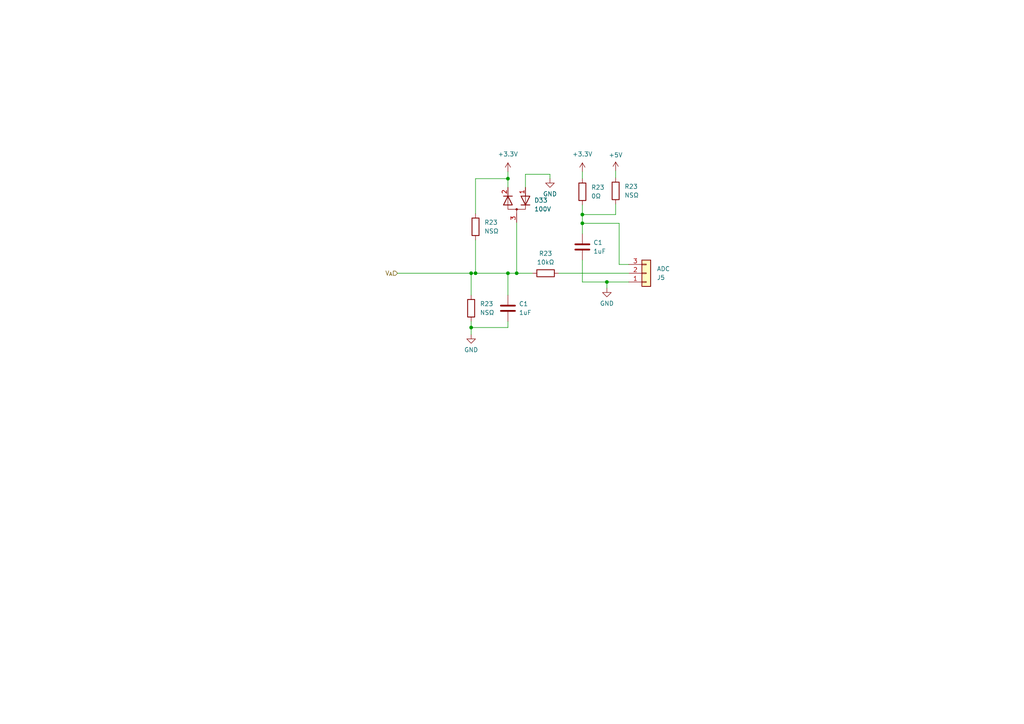
<source format=kicad_sch>
(kicad_sch (version 20230121) (generator eeschema)
  (paper "A4")
  (lib_symbols
    (symbol "Connector_Generic:Conn_01x03" (pin_names (offset 1.016) hide)
      (property "Reference" "J" (at 0 5.08 0))
      (property "Value" "Conn_01x03" (at 0 -5.08 0))
      (symbol "Conn_01x03_1_1"
        (rectangle (start -1.27 -2.413) (end 0 -2.667) (stroke (width 0.1524)))
        (rectangle (start -1.27 0.127) (end 0 -0.127) (stroke (width 0.1524)))
        (rectangle (start -1.27 2.667) (end 0 2.413) (stroke (width 0.1524)))
        (rectangle (start -1.27 3.81) (end 1.27 -3.81) (stroke (width 0.254)) (fill (type background)))
        (pin passive line (at -5.08 2.54 0) (length 3.81) (name "Pin_1") (number "1"))
        (pin passive line (at -5.08 0 0) (length 3.81) (name "Pin_2") (number "2"))
        (pin passive line (at -5.08 -2.54 0) (length 3.81) (name "Pin_3") (number "3"))
      )
    )
    (symbol "Device:C" (pin_numbers hide) (pin_names (offset 0.254))
      (property "Reference" "C" (at 0.635 2.54 0))
      (property "Value" "C" (at 0.635 -2.54 0))
      (symbol "C_0_1"
        (polyline (pts (xy -2.032 -0.762) (xy 2.032 -0.762)) (stroke (width 0.508)))
        (polyline (pts (xy -2.032 0.762) (xy 2.032 0.762)) (stroke (width 0.508)))
      )
      (symbol "C_1_1"
        (pin passive line (at 0 3.81 270) (length 2.794) (name "~") (number "1"))
        (pin passive line (at 0 -3.81 90) (length 2.794) (name "~") (number "2"))
      )
    )
    (symbol "Device:D_Dual_Series_AKC_Parallel" (pin_names (offset 0.762) hide)
      (property "Reference" "D" (at 0 5.08 0))
      (property "Value" "D_Dual_Series_AKC_Parallel" (at 0 -5.08 0))
      (symbol "D_Dual_Series_AKC_Parallel_0_0"
        (polyline (pts (xy 0 -1.27) (xy 0 -3.81)) (stroke (width 0.254)))
        (polyline (pts (xy 2.54 3.81) (xy 2.54 1.27)) (stroke (width 0.254)))
      )
      (symbol "D_Dual_Series_AKC_Parallel_0_1"
        (circle (center -1.27 0) (radius 0.254) (fill (type outline)))
        (polyline (pts (xy -1.27 0) (xy -2.54 0)))
        (polyline (pts (xy 2.54 2.54) (xy -1.27 2.54) (xy -1.27 -2.54) (xy 2.54 -2.54)))
        (polyline (pts (xy 0 3.81) (xy 2.54 2.54) (xy 0 1.27) (xy 0 3.81) (xy 0 3.81) (xy 0 3.81)) (stroke (width 0.254)))
        (polyline (pts (xy 2.54 -1.27) (xy 0 -2.54) (xy 2.54 -3.81) (xy 2.54 -1.27) (xy 2.54 -1.27) (xy 2.54 -1.27)) (stroke (width 0.254)))
        (pin passive line (at 5.08 -2.54 180) (length 2.54) (name "K") (number "1"))
        (pin passive line (at 5.08 2.54 180) (length 2.54) (name "K") (number "2"))
        (pin passive line (at -5.08 0 0) (length 2.54) (name "A") (number "3"))
      )
    )
    (symbol "Device:R" (pin_numbers hide) (pin_names (offset 0))
      (property "Reference" "R" (at 2.032 0 90))
      (property "Value" "R" (at 0 0 90))
      (symbol "R_0_1"
        (rectangle (start -1.016 -2.54) (end 1.016 2.54) (stroke (width 0.254)))
      )
      (symbol "R_1_1"
        (pin passive line (at 0 3.81 270) (length 1.27) (name "~") (number "1"))
        (pin passive line (at 0 -3.81 90) (length 1.27) (name "~") (number "2"))
      )
    )
    (symbol "power:+3.3V" (power) (pin_names (offset 0))
      (property "Value" "+3.3V" (at 0 3.556 0))
      (symbol "+3.3V_0_1"
        (polyline (pts (xy -0.762 1.27) (xy 0 2.54)))
        (polyline (pts (xy 0 0) (xy 0 2.54)))
        (polyline (pts (xy 0 2.54) (xy 0.762 1.27)))
      )
      (symbol "+3.3V_1_1"
        (pin power_in line (at 0 0 90) (length 0) hide (name "+3.3V") (number "1"))
      )
    )
    (symbol "power:+5V" (power) (pin_names (offset 0))
      (property "Value" "+5V" (at 0 3.556 0))
      (symbol "+5V_0_1"
        (polyline (pts (xy -0.762 1.27) (xy 0 2.54)))
        (polyline (pts (xy 0 0) (xy 0 2.54)))
        (polyline (pts (xy 0 2.54) (xy 0.762 1.27)))
      )
      (symbol "+5V_1_1"
        (pin power_in line (at 0 0 90) (length 0) hide (name "+5V") (number "1"))
      )
    )
    (symbol "power:GND" (power) (pin_names (offset 0))
      (property "Value" "GND" (at 0 -3.81 0))
      (symbol "GND_0_1"
        (polyline (pts (xy 0 0) (xy 0 -1.27) (xy 1.27 -1.27) (xy 0 -2.54) (xy -1.27 -1.27) (xy 0 -1.27)))
      )
      (symbol "GND_1_1"
        (pin power_in line (at 0 0 270) (length 0) hide (name "GND") (number "1"))
      )
    )
  )
  (junction (at 147.32 79.248))
  (junction (at 136.652 94.996))
  (junction (at 176.022 81.788))
  (junction (at 149.86 79.248))
  (junction (at 168.91 64.77))
  (junction (at 147.32 51.816))
  (junction (at 136.652 79.248))
  (junction (at 168.91 62.23))
  (junction (at 137.922 79.248))
  (wire (pts (xy 179.578 76.708) (xy 182.372 76.708)))
  (wire (pts (xy 168.91 75.438) (xy 168.91 81.788)))
  (wire (pts (xy 168.91 62.23) (xy 168.91 64.77)))
  (wire (pts (xy 137.922 51.816) (xy 137.922 61.976)))
  (wire (pts (xy 137.922 79.248) (xy 147.32 79.248)))
  (wire (pts (xy 147.32 49.784) (xy 147.32 51.816)))
  (wire (pts (xy 152.4 50.546) (xy 152.4 54.356)))
  (wire (pts (xy 136.652 94.996) (xy 147.32 94.996)))
  (wire (pts (xy 168.91 59.436) (xy 168.91 62.23)))
  (wire (pts (xy 136.652 85.598) (xy 136.652 79.248)))
  (wire (pts (xy 149.86 64.516) (xy 149.86 79.248)))
  (wire (pts (xy 136.652 93.218) (xy 136.652 94.996)))
  (wire (pts (xy 115.316 79.248) (xy 136.652 79.248)))
  (wire (pts (xy 168.91 49.784) (xy 168.91 51.816)))
  (wire (pts (xy 159.512 50.546) (xy 159.512 51.816)))
  (wire (pts (xy 149.86 79.248) (xy 154.432 79.248)))
  (wire (pts (xy 147.32 51.816) (xy 147.32 54.356)))
  (wire (pts (xy 179.578 64.77) (xy 179.578 76.708)))
  (wire (pts (xy 178.562 49.53) (xy 178.562 51.562)))
  (wire (pts (xy 152.4 50.546) (xy 159.512 50.546)))
  (wire (pts (xy 176.022 81.788) (xy 182.372 81.788)))
  (wire (pts (xy 136.652 79.248) (xy 137.922 79.248)))
  (wire (pts (xy 168.91 81.788) (xy 176.022 81.788)))
  (wire (pts (xy 137.922 69.596) (xy 137.922 79.248)))
  (wire (pts (xy 178.562 62.23) (xy 178.562 59.182)))
  (wire (pts (xy 136.652 94.996) (xy 136.652 97.028)))
  (wire (pts (xy 137.922 51.816) (xy 147.32 51.816)))
  (wire (pts (xy 147.32 79.248) (xy 149.86 79.248)))
  (wire (pts (xy 168.91 64.77) (xy 179.578 64.77)))
  (wire (pts (xy 162.052 79.248) (xy 182.372 79.248)))
  (wire (pts (xy 147.32 94.996) (xy 147.32 93.218)))
  (wire (pts (xy 147.32 79.248) (xy 147.32 85.598)))
  (wire (pts (xy 168.91 62.23) (xy 178.562 62.23)))
  (wire (pts (xy 176.022 83.566) (xy 176.022 81.788)))
  (wire (pts (xy 168.91 64.77) (xy 168.91 67.818)))
  (hierarchical_label "V_{A}" (shape input) (at 115.316 79.248 180))
  (symbol (lib_id "power:+5V") (at 178.562 49.53 0) (unit 1)
    (property "Reference" "#PWR07" (effects hide))
    (property "Value" "+5V" (at 178.562 44.958 0))
    (instances (project "PicoIrrigation" (path "" (reference "#PWR07") (unit 1)) (path "" (reference "#PWR014") (unit 1)) (path "" (reference "#PWR028") (unit 1))))
  )
  (symbol (lib_id "power:+3.3V") (at 168.91 49.784 0) (unit 1)
    (property "Reference" "#PWR05" (effects hide))
    (property "Value" "+3.3V" (at 168.91 44.704 0))
    (instances (project "PicoIrrigation" (path "" (reference "#PWR05") (unit 1)) (path "" (reference "#PWR012") (unit 1)) (path "" (reference "#PWR025") (unit 1))))
  )
  (symbol (lib_id "power:GND") (at 136.652 97.028 0) (unit 1)
    (property "Reference" "#PWR01" (effects hide))
    (property "Value" "GND" (at 136.652 101.473 0))
    (instances (project "PicoIrrigation" (path "" (reference "#PWR01") (unit 1)) (path "" (reference "#PWR09") (unit 1)) (path "" (reference "#PWR022") (unit 1))))
  )
  (symbol (lib_id "Device:R") (at 178.562 55.372 0) (mirror y) (unit 1)
    (property "Reference" "R23" (at 181.102 54.102 0) (effects (justify right)))
    (property "Value" "NSΩ" (at 181.102 56.642 0) (effects (justify right)))
    (property "Footprint" "Resistor_SMD:R_0805_2012Metric" (effects hide))
    (instances (project "PicoIrrigation" (path "" (reference "R23") (unit 1)) (path "" (reference "R23") (unit 1)) (path "" (reference "R28") (unit 1)) (path "" (reference "R64") (unit 1))))
  )
  (symbol (lib_id "Device:D_Dual_Series_AKC_Parallel") (at 149.86 59.436 90) (unit 1)
    (property "Reference" "D33" (at 154.94 58.1025 90) (effects (justify right)))
    (property "Value" "100V" (at 154.94 60.6425 90) (effects (justify right)))
    (property "Footprint" "Package_TO_SOT_SMD:SOT-23-3" (effects hide))
    (instances (project "PicoIrrigation" (path "" (reference "D33") (unit 1)) (path "" (reference "D1") (unit 1)) (path "" (reference "D2") (unit 1)) (path "" (reference "D3") (unit 1))))
  )
  (symbol (lib_id "Device:R") (at 136.652 89.408 0) (mirror y) (unit 1)
    (property "Reference" "R23" (at 139.192 88.138 0) (effects (justify right)))
    (property "Value" "NSΩ" (at 139.192 90.678 0) (effects (justify right)))
    (property "Footprint" "Resistor_SMD:R_0805_2012Metric" (effects hide))
    (instances (project "PicoIrrigation" (path "" (reference "R23") (unit 1)) (path "" (reference "R20") (unit 1)) (path "" (reference "R24") (unit 1)) (path "" (reference "R60") (unit 1))))
  )
  (symbol (lib_id "Device:R") (at 137.922 65.786 0) (mirror y) (unit 1)
    (property "Reference" "R23" (at 140.462 64.516 0) (effects (justify right)))
    (property "Value" "NSΩ" (at 140.462 67.056 0) (effects (justify right)))
    (property "Footprint" "Resistor_SMD:R_0805_2012Metric" (effects hide))
    (instances (project "PicoIrrigation" (path "" (reference "R23") (unit 1)) (path "" (reference "R21") (unit 1)) (path "" (reference "R25") (unit 1)) (path "" (reference "R61") (unit 1))))
  )
  (symbol (lib_id "power:+3.3V") (at 147.32 49.784 0) (unit 1)
    (property "Reference" "#PWR08" (effects hide))
    (property "Value" "+3.3V" (at 147.32 44.704 0))
    (instances (project "PicoIrrigation" (path "" (reference "#PWR08") (unit 1)) (path "" (reference "#PWR010") (unit 1)) (path "" (reference "#PWR023") (unit 1))))
  )
  (symbol (lib_id "power:GND") (at 159.512 51.816 0) (unit 1)
    (property "Reference" "#PWR06" (effects hide))
    (property "Value" "GND" (at 159.512 56.261 0))
    (instances (project "PicoIrrigation" (path "" (reference "#PWR06") (unit 1)) (path "" (reference "#PWR011") (unit 1)) (path "" (reference "#PWR024") (unit 1))))
  )
  (symbol (lib_id "power:GND") (at 176.022 83.566 0) (unit 1)
    (property "Reference" "#PWR04" (effects hide))
    (property "Value" "GND" (at 176.022 88.011 0))
    (instances (project "PicoIrrigation" (path "" (reference "#PWR04") (unit 1)) (path "" (reference "#PWR013") (unit 1)) (path "" (reference "#PWR027") (unit 1))))
  )
  (symbol (lib_id "Connector_Generic:Conn_01x03") (at 187.452 79.248 0) (mirror x) (unit 1)
    (property "Reference" "J5" (at 190.5 80.518 0) (effects (justify left)))
    (property "Value" "ADC" (at 190.5 77.978 0) (effects (justify left)))
    (property "Footprint" "Connector_PinHeader_2.54mm:PinHeader_1x03_P2.54mm_Vertical" (effects hide))
    (instances (project "PicoIrrigation" (path "" (reference "J5") (unit 1)) (path "" (reference "J6") (unit 1)) (path "" (reference "J7") (unit 1))))
  )
  (symbol (lib_id "Device:C") (at 168.91 71.628 0) (unit 1)
    (property "Reference" "C1" (at 172.085 70.358 0) (effects (justify left)))
    (property "Value" "1uF" (at 172.085 72.898 0) (effects (justify left)))
    (property "Footprint" "Capacitor_SMD:C_0805_2012Metric" (effects hide))
    (instances (project "PicoIrrigation" (path "" (reference "C1") (unit 1)) (path "" (reference "C2") (unit 1)) (path "" (reference "C4") (unit 1)) (path "" (reference "C7") (unit 1))))
  )
  (symbol (lib_id "Device:R") (at 158.242 79.248 270) (mirror x) (unit 1)
    (property "Reference" "R23" (at 158.242 73.533 90))
    (property "Value" "10kΩ" (at 158.242 76.073 90))
    (property "Footprint" "Resistor_SMD:R_0805_2012Metric" (effects hide))
    (instances (project "PicoIrrigation" (path "" (reference "R23") (unit 1)) (path "" (reference "R22") (unit 1)) (path "" (reference "R26") (unit 1)) (path "" (reference "R62") (unit 1))))
  )
  (symbol (lib_id "Device:R") (at 168.91 55.626 0) (mirror y) (unit 1)
    (property "Reference" "R23" (at 171.45 54.356 0) (effects (justify right)))
    (property "Value" "0Ω" (at 171.45 56.896 0) (effects (justify right)))
    (property "Footprint" "Resistor_SMD:R_0805_2012Metric" (effects hide))
    (instances (project "PicoIrrigation" (path "" (reference "R23") (unit 1)) (path "" (reference "R19") (unit 1)) (path "" (reference "R27") (unit 1)) (path "" (reference "R63") (unit 1))))
  )
  (symbol (lib_id "Device:C") (at 147.32 89.408 0) (unit 1)
    (property "Reference" "C1" (at 150.495 88.138 0) (effects (justify left)))
    (property "Value" "1uF" (at 150.495 90.678 0) (effects (justify left)))
    (property "Footprint" "Capacitor_SMD:C_0805_2012Metric" (effects hide))
    (instances (project "PicoIrrigation" (path "" (reference "C1") (unit 1)) (path "" (reference "C1") (unit 1)) (path "" (reference "C3") (unit 1)) (path "" (reference "C6") (unit 1))))
  )
)
</source>
